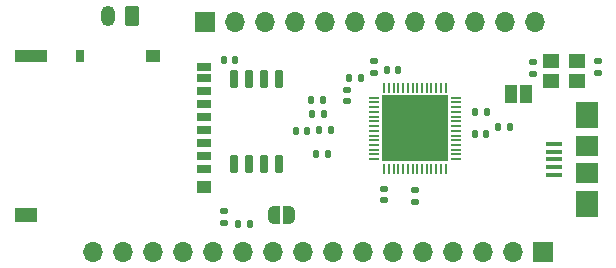
<source format=gbr>
%TF.GenerationSoftware,KiCad,Pcbnew,6.0.5*%
%TF.CreationDate,2022-05-19T12:05:38-04:00*%
%TF.ProjectId,Blackbox,426c6163-6b62-46f7-982e-6b696361645f,rev?*%
%TF.SameCoordinates,Original*%
%TF.FileFunction,Soldermask,Top*%
%TF.FilePolarity,Negative*%
%FSLAX46Y46*%
G04 Gerber Fmt 4.6, Leading zero omitted, Abs format (unit mm)*
G04 Created by KiCad (PCBNEW 6.0.5) date 2022-05-19 12:05:38*
%MOMM*%
%LPD*%
G01*
G04 APERTURE LIST*
G04 Aperture macros list*
%AMRoundRect*
0 Rectangle with rounded corners*
0 $1 Rounding radius*
0 $2 $3 $4 $5 $6 $7 $8 $9 X,Y pos of 4 corners*
0 Add a 4 corners polygon primitive as box body*
4,1,4,$2,$3,$4,$5,$6,$7,$8,$9,$2,$3,0*
0 Add four circle primitives for the rounded corners*
1,1,$1+$1,$2,$3*
1,1,$1+$1,$4,$5*
1,1,$1+$1,$6,$7*
1,1,$1+$1,$8,$9*
0 Add four rect primitives between the rounded corners*
20,1,$1+$1,$2,$3,$4,$5,0*
20,1,$1+$1,$4,$5,$6,$7,0*
20,1,$1+$1,$6,$7,$8,$9,0*
20,1,$1+$1,$8,$9,$2,$3,0*%
%AMFreePoly0*
4,1,22,0.500000,-0.750000,0.000000,-0.750000,0.000000,-0.745033,-0.079941,-0.743568,-0.215256,-0.701293,-0.333266,-0.622738,-0.424486,-0.514219,-0.481581,-0.384460,-0.499164,-0.250000,-0.500000,-0.250000,-0.500000,0.250000,-0.499164,0.250000,-0.499963,0.256109,-0.478152,0.396186,-0.417904,0.524511,-0.324060,0.630769,-0.204165,0.706417,-0.067858,0.745374,0.000000,0.744959,0.000000,0.750000,
0.500000,0.750000,0.500000,-0.750000,0.500000,-0.750000,$1*%
%AMFreePoly1*
4,1,20,0.000000,0.744959,0.073905,0.744508,0.209726,0.703889,0.328688,0.626782,0.421226,0.519385,0.479903,0.390333,0.500000,0.250000,0.500000,-0.250000,0.499851,-0.262216,0.476331,-0.402017,0.414519,-0.529596,0.319384,-0.634700,0.198574,-0.708877,0.061801,-0.746166,0.000000,-0.745033,0.000000,-0.750000,-0.500000,-0.750000,-0.500000,0.750000,0.000000,0.750000,0.000000,0.744959,
0.000000,0.744959,$1*%
G04 Aperture macros list end*
%ADD10RoundRect,0.135000X-0.185000X0.135000X-0.185000X-0.135000X0.185000X-0.135000X0.185000X0.135000X0*%
%ADD11RoundRect,0.140000X0.140000X0.170000X-0.140000X0.170000X-0.140000X-0.170000X0.140000X-0.170000X0*%
%ADD12R,1.700000X1.700000*%
%ADD13O,1.700000X1.700000*%
%ADD14RoundRect,0.140000X0.170000X-0.140000X0.170000X0.140000X-0.170000X0.140000X-0.170000X-0.140000X0*%
%ADD15RoundRect,0.140000X-0.170000X0.140000X-0.170000X-0.140000X0.170000X-0.140000X0.170000X0.140000X0*%
%ADD16FreePoly0,180.000000*%
%ADD17FreePoly1,180.000000*%
%ADD18R,1.200000X0.700000*%
%ADD19R,0.800000X1.000000*%
%ADD20R,2.800000X1.000000*%
%ADD21R,1.200000X1.000000*%
%ADD22R,1.900000X1.300000*%
%ADD23RoundRect,0.140000X-0.140000X-0.170000X0.140000X-0.170000X0.140000X0.170000X-0.140000X0.170000X0*%
%ADD24R,1.400000X0.400000*%
%ADD25R,1.900000X2.300000*%
%ADD26R,1.900000X1.800000*%
%ADD27RoundRect,0.135000X-0.135000X-0.185000X0.135000X-0.185000X0.135000X0.185000X-0.135000X0.185000X0*%
%ADD28RoundRect,0.150000X0.150000X-0.650000X0.150000X0.650000X-0.150000X0.650000X-0.150000X-0.650000X0*%
%ADD29RoundRect,0.250000X0.350000X0.625000X-0.350000X0.625000X-0.350000X-0.625000X0.350000X-0.625000X0*%
%ADD30O,1.200000X1.750000*%
%ADD31R,1.400000X1.200000*%
%ADD32RoundRect,0.135000X0.135000X0.185000X-0.135000X0.185000X-0.135000X-0.185000X0.135000X-0.185000X0*%
%ADD33R,1.000000X1.500000*%
%ADD34RoundRect,0.050000X0.050000X-0.387500X0.050000X0.387500X-0.050000X0.387500X-0.050000X-0.387500X0*%
%ADD35RoundRect,0.050000X0.387500X-0.050000X0.387500X0.050000X-0.387500X0.050000X-0.387500X-0.050000X0*%
%ADD36R,5.600000X5.600000*%
G04 APERTURE END LIST*
D10*
%TO.C,R2*%
X158910000Y-112950000D03*
X158910000Y-113970000D03*
%TD*%
D11*
%TO.C,C5*%
X159870000Y-100220000D03*
X158910000Y-100220000D03*
%TD*%
D12*
%TO.C,J2*%
X157322600Y-97002600D03*
D13*
X159862600Y-97002600D03*
X162402600Y-97002600D03*
X164942600Y-97002600D03*
X167482600Y-97002600D03*
X170022600Y-97002600D03*
X172562600Y-97002600D03*
X175102600Y-97002600D03*
X177642600Y-97002600D03*
X180182600Y-97002600D03*
X182722600Y-97002600D03*
X185262600Y-97002600D03*
%TD*%
D14*
%TO.C,C117*%
X171575000Y-101280000D03*
X171575000Y-100320000D03*
%TD*%
D11*
%TO.C,C113*%
X167930000Y-106125000D03*
X166970000Y-106125000D03*
%TD*%
D15*
%TO.C,C115*%
X172450000Y-111120000D03*
X172450000Y-112080000D03*
%TD*%
D16*
%TO.C,JP_301*%
X164440000Y-113340000D03*
D17*
X163140000Y-113340000D03*
%TD*%
D18*
%TO.C,J3*%
X157240000Y-109445000D03*
X157240000Y-108345000D03*
X157240000Y-107245000D03*
X157240000Y-106145000D03*
X157240000Y-105045000D03*
X157240000Y-103945000D03*
X157240000Y-102845000D03*
X157240000Y-101745000D03*
X157240000Y-100795000D03*
D19*
X146740000Y-99845000D03*
D20*
X142590000Y-99845000D03*
D21*
X152940000Y-99845000D03*
D22*
X142140000Y-113345000D03*
D21*
X157240000Y-110995000D03*
%TD*%
D23*
%TO.C,C109*%
X180195000Y-104650000D03*
X181155000Y-104650000D03*
%TD*%
%TO.C,R5*%
X180170000Y-106500000D03*
X181130000Y-106500000D03*
%TD*%
D24*
%TO.C,J4*%
X186825000Y-109925000D03*
X186825000Y-109275000D03*
X186825000Y-108625000D03*
X186825000Y-107975000D03*
X186825000Y-107325000D03*
D25*
X189675000Y-104875000D03*
D26*
X189675000Y-109775000D03*
X189675000Y-107475000D03*
D25*
X189675000Y-112375000D03*
%TD*%
D11*
%TO.C,C119*%
X165980000Y-106210000D03*
X165020000Y-106210000D03*
%TD*%
D15*
%TO.C,C120*%
X190600000Y-100320000D03*
X190600000Y-101280000D03*
%TD*%
D11*
%TO.C,C110*%
X167680000Y-108204000D03*
X166720000Y-108204000D03*
%TD*%
D27*
%TO.C,C114*%
X182090000Y-105850000D03*
X183110000Y-105850000D03*
%TD*%
D10*
%TO.C,C116*%
X175050000Y-111190000D03*
X175050000Y-112210000D03*
%TD*%
D28*
%TO.C,U_301*%
X159745000Y-109050000D03*
X161015000Y-109050000D03*
X162285000Y-109050000D03*
X163555000Y-109050000D03*
X163555000Y-101850000D03*
X162285000Y-101850000D03*
X161015000Y-101850000D03*
X159745000Y-101850000D03*
%TD*%
D14*
%TO.C,C121*%
X185050000Y-101355000D03*
X185050000Y-100395000D03*
%TD*%
D29*
%TO.C,BT1*%
X151120000Y-96510000D03*
D30*
X149120000Y-96510000D03*
%TD*%
D31*
%TO.C,Y1*%
X186600000Y-101950000D03*
X188800000Y-101950000D03*
X188800000Y-100250000D03*
X186600000Y-100250000D03*
%TD*%
D27*
%TO.C,R_302*%
X166368000Y-104750000D03*
X167388000Y-104750000D03*
%TD*%
%TO.C,R1*%
X166315000Y-103625000D03*
X167335000Y-103625000D03*
%TD*%
D32*
%TO.C,R3*%
X161100000Y-114100000D03*
X160080000Y-114100000D03*
%TD*%
D33*
%TO.C,JP4*%
X184500000Y-103125000D03*
X183200000Y-103125000D03*
%TD*%
D14*
%TO.C,C111*%
X169325000Y-103705000D03*
X169325000Y-102745000D03*
%TD*%
D34*
%TO.C,U3*%
X172475000Y-109437500D03*
X172875000Y-109437500D03*
X173275000Y-109437500D03*
X173675000Y-109437500D03*
X174075000Y-109437500D03*
X174475000Y-109437500D03*
X174875000Y-109437500D03*
X175275000Y-109437500D03*
X175675000Y-109437500D03*
X176075000Y-109437500D03*
X176475000Y-109437500D03*
X176875000Y-109437500D03*
X177275000Y-109437500D03*
X177675000Y-109437500D03*
D35*
X178512500Y-108600000D03*
X178512500Y-108200000D03*
X178512500Y-107800000D03*
X178512500Y-107400000D03*
X178512500Y-107000000D03*
X178512500Y-106600000D03*
X178512500Y-106200000D03*
X178512500Y-105800000D03*
X178512500Y-105400000D03*
X178512500Y-105000000D03*
X178512500Y-104600000D03*
X178512500Y-104200000D03*
X178512500Y-103800000D03*
X178512500Y-103400000D03*
D34*
X177675000Y-102562500D03*
X177275000Y-102562500D03*
X176875000Y-102562500D03*
X176475000Y-102562500D03*
X176075000Y-102562500D03*
X175675000Y-102562500D03*
X175275000Y-102562500D03*
X174875000Y-102562500D03*
X174475000Y-102562500D03*
X174075000Y-102562500D03*
X173675000Y-102562500D03*
X173275000Y-102562500D03*
X172875000Y-102562500D03*
X172475000Y-102562500D03*
D35*
X171637500Y-103400000D03*
X171637500Y-103800000D03*
X171637500Y-104200000D03*
X171637500Y-104600000D03*
X171637500Y-105000000D03*
X171637500Y-105400000D03*
X171637500Y-105800000D03*
X171637500Y-106200000D03*
X171637500Y-106600000D03*
X171637500Y-107000000D03*
X171637500Y-107400000D03*
X171637500Y-107800000D03*
X171637500Y-108200000D03*
X171637500Y-108600000D03*
D36*
X175075000Y-106000000D03*
%TD*%
D11*
%TO.C,C112*%
X170480000Y-101750000D03*
X169520000Y-101750000D03*
%TD*%
%TO.C,C118*%
X173655000Y-101075000D03*
X172695000Y-101075000D03*
%TD*%
D12*
%TO.C,J1*%
X185925000Y-116425000D03*
D13*
X183385000Y-116425000D03*
X180845000Y-116425000D03*
X178305000Y-116425000D03*
X175765000Y-116425000D03*
X173225000Y-116425000D03*
X170685000Y-116425000D03*
X168145000Y-116425000D03*
X165605000Y-116425000D03*
X163065000Y-116425000D03*
X160525000Y-116425000D03*
X157985000Y-116425000D03*
X155445000Y-116425000D03*
X152905000Y-116425000D03*
X150365000Y-116425000D03*
X147825000Y-116425000D03*
%TD*%
M02*

</source>
